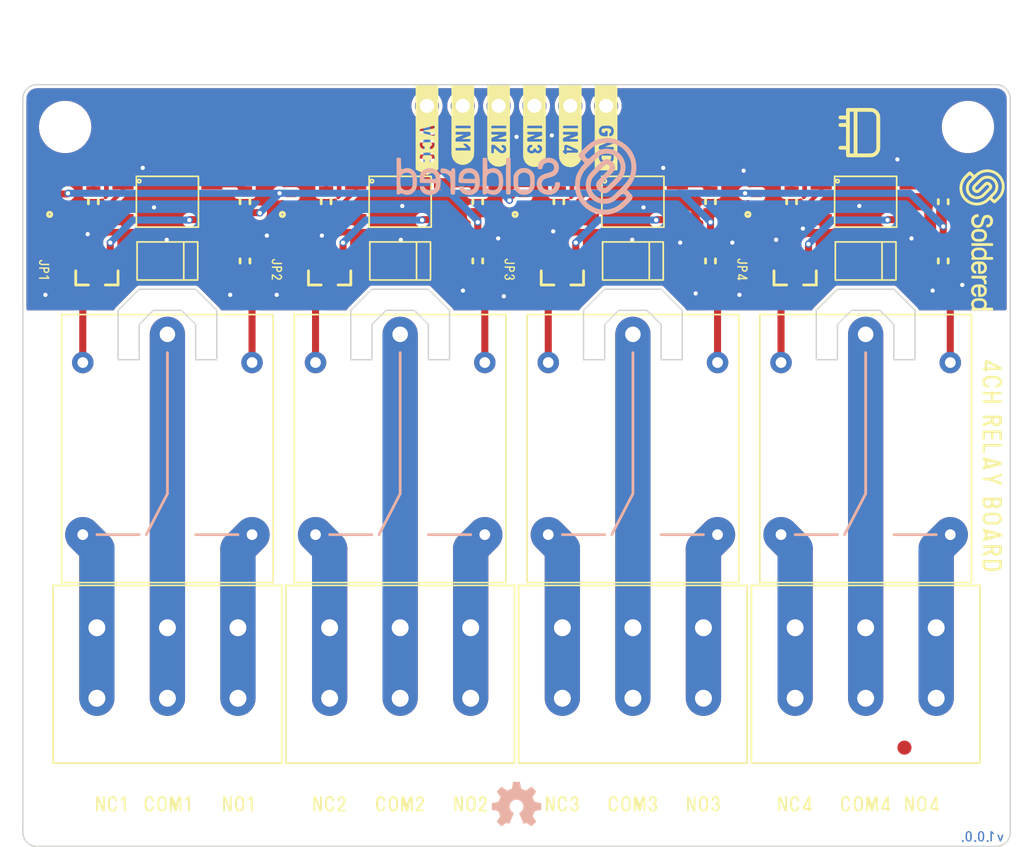
<source format=kicad_pcb>
(kicad_pcb (version 20210126) (generator pcbnew)
  (layers (0 "F.Cu" signal) (31 "B.Cu" signal) (34 "B.Paste" user) (35 "F.Paste" user) (36 "B.SilkS" user "B.Silkscreen") (37 "F.SilkS" user "F.Silkscreen") (38 "B.Mask" user) (39 "F.Mask" user) (44 "Edge.Cuts" user))
  (net 0 "")
  (net 1 "Net-(D1-Pad2)")
  (net 2 "VCC")
  (net 3 "Net-(D2-Pad2)")
  (net 4 "Net-(D3-Pad2)")
  (net 5 "Net-(D3-Pad1)")
  (net 6 "Net-(D4-Pad2)")
  (net 7 "Net-(D4-Pad1)")
  (net 8 "Net-(D5-Pad2)")
  (net 9 "Net-(D6-Pad2)")
  (net 10 "Net-(D7-Pad2)")
  (net 11 "Net-(D7-Pad1)")
  (net 12 "Net-(D8-Pad2)")
  (net 13 "Net-(D8-Pad1)")
  (net 14 "Net-(JP1-Pad1)")
  (net 15 "Net-(JP2-Pad1)")
  (net 16 "Net-(JP3-Pad1)")
  (net 17 "Net-(JP4-Pad1)")
  (net 18 "GND")
  (net 19 "IN4")
  (net 20 "IN3")
  (net 21 "IN2")
  (net 22 "IN1")
  (net 23 "NC1")
  (net 24 "COM1")
  (net 25 "NO1")
  (net 26 "NC3")
  (net 27 "COM3")
  (net 28 "NO3")
  (net 29 "NC2")
  (net 30 "COM2")
  (net 31 "NO2")
  (net 32 "NC4")
  (net 33 "COM4")
  (net 34 "NO4")
  (net 35 "Net-(Q1-Pad1)")
  (net 36 "Net-(Q2-Pad1)")
  (net 37 "Net-(Q3-Pad1)")
  (net 38 "Net-(Q4-Pad1)")
  (net 39 "Net-(R1-Pad1)")
  (net 40 "Net-(R2-Pad1)")
  (net 41 "Net-(R5-Pad1)")
  (net 42 "Net-(R6-Pad1)")
  (net 43 "Net-(R9-Pad1)")
  (net 44 "Net-(R10-Pad1)")
  (net 45 "Net-(R13-Pad1)")
  (net 46 "Net-(R14-Pad1)")
  (footprint "e-radionica.com footprinti:PC357_OPTO" (layer "F.Cu") (at 118.75 104.3)
    (fp_text reference "U4")
    (fp_text value "PC357_OPTO")
  )
  (footprint "e-radionica.com footprinti:SMD-JUMPER-CONNECTED_TRACE_NOSLODERMASK" (layer "F.Cu") (at 61.5 109.1 -90)
    (fp_text reference "JP1")
    (fp_text value "SMD-JUMPER-CONNECTED_TRACE_NOSLODERMASK")
  )
  (footprint "e-radionica.com footprinti:0603R" (layer "F.Cu") (at 113.5 104.3 90)
    (fp_text reference "R10")
    (fp_text value "100R")
  )
  (footprint "e-radionica.com footprinti:TERMINAL_KF235-5.0-3P" (layer "F.Cu") (at 102.25 137)
    (fp_text reference "K8")
    (fp_text value "TERMINAL_KF235-5.0-3P")
  )
  (footprint "e-radionica.com footprinti:HOLE_3.2mm" (layer "F.Cu") (at 62 99)
    (fp_text reference "H4" hide)
    (fp_text value "HOLE_3.2mm" hide)
  )
  (footprint "Soldered Graphics:Logo-Back-SolderedFULL-17mm" (layer "F.Cu") (at 94 102.5)
    (fp_text reference "REF**" hide)
    (fp_text value "Logo-Front-SolderedFULL-17mm" hide)
  )
  (footprint "e-radionica.com footprinti:M4_DIODA" (layer "F.Cu") (at 69.25 108.5)
    (fp_text reference "D3")
    (fp_text value "M4_DIODA")
  )
  (footprint "e-radionica.com footprinti:HOLE_3.2mm" (layer "F.Cu") (at 62 147)
    (fp_text reference "H1" hide)
    (fp_text value "HOLE_3.2mm" hide)
  )
  (footprint "buzzardLabel" (layer "F.Cu") (at 60.5 109.1 -90)
    (fp_text reference "")
    (fp_text value "")
  )
  (footprint "e-radionica.com footprinti:0402R" (layer "F.Cu") (at 94.5 106.7 90)
    (fp_text reference "R11")
    (fp_text value "1k")
  )
  (footprint "buzzardLabel" (layer "F.Cu") (at 113.75 147)
    (fp_text reference "")
    (fp_text value "")
  )
  (footprint "e-radionica.com footprinti:TERMINAL_KF235-5.0-3P" (layer "F.Cu") (at 69.25 137)
    (fp_text reference "K4")
    (fp_text value "TERMINAL_KF235-5.0-3P")
  )
  (footprint "e-radionica.com footprinti:0402LED" (layer "F.Cu") (at 78 104.3 -90)
    (fp_text reference "D2")
    (fp_text value "purple")
  )
  (footprint "buzzardLabel" (layer "F.Cu") (at 90.75 147)
    (fp_text reference "")
    (fp_text value "")
  )
  (footprint "e-radionica.com footprinti:0402R" (layer "F.Cu") (at 78 106.7 90)
    (fp_text reference "R4")
    (fp_text value "1k")
  )
  (footprint "e-radionica.com footprinti:0603R" (layer "F.Cu") (at 107.75 104.3 -90)
    (fp_text reference "R13")
    (fp_text value "330R")
  )
  (footprint "e-radionica.com footprinti:HOLE_3.2mm" (layer "F.Cu") (at 126 147)
    (fp_text reference "H2" hide)
    (fp_text value "HOLE_3.2mm" hide)
  )
  (footprint "buzzardLabel" (layer "F.Cu") (at 80.75 147)
    (fp_text reference "")
    (fp_text value "")
  )
  (footprint "e-radionica.com footprinti:SOT-23-3" (layer "F.Cu") (at 64.25 109.5 -90)
    (fp_text reference "Q1")
    (fp_text value "NPN-SOT-23-3")
  )
  (footprint "buzzardLabel" (layer "F.Cu") (at 118.75 147)
    (fp_text reference "")
    (fp_text value "")
  )
  (footprint "e-radionica.com footprinti:0603R" (layer "F.Cu") (at 97 104.3 90)
    (fp_text reference "R9")
    (fp_text value "100R")
  )
  (footprint "buzzardLabel" (layer "F.Cu") (at 65.25 147)
    (fp_text reference "")
    (fp_text value "")
  )
  (footprint "buzzardLabel" (layer "F.Cu") (at 110 109.1 -90)
    (fp_text reference "")
    (fp_text value "")
  )
  (footprint "e-radionica.com footprinti:0603R" (layer "F.Cu") (at 91.25 108.5 90)
    (fp_text reference "R8")
    (fp_text value "10R")
  )
  (footprint "e-radionica.com footprinti:TERMINAL_KF235-5.0-3P" (layer "F.Cu") (at 118.75 137)
    (fp_text reference "K9")
    (fp_text value "TERMINAL_KF235-5.0-3P")
  )
  (footprint "e-radionica.com footprinti:HOLE_3.2mm" (layer "F.Cu") (at 126 99)
    (fp_text reference "H3" hide)
    (fp_text value "HOLE_3.2mm" hide)
  )
  (footprint "e-radionica.com footprinti:SOT-23-3" (layer "F.Cu") (at 80.75 109.5 -90)
    (fp_text reference "Q2")
    (fp_text value "NPN-SOT-23-3")
  )
  (footprint "e-radionica.com footprinti:SMD-JUMPER-CONNECTED_TRACE_NOSLODERMASK" (layer "F.Cu") (at 78 109.1 -90)
    (fp_text reference "JP2")
    (fp_text value "SMD-JUMPER-CONNECTED_TRACE_NOSLODERMASK")
  )
  (footprint "e-radionica.com footprinti:PC357_OPTO" (layer "F.Cu") (at 69.25 104.3)
    (fp_text reference "U1")
    (fp_text value "PC357_OPTO")
  )
  (footprint "e-radionica.com footprinti:0603R" (layer "F.Cu") (at 107.75 108.5 90)
    (fp_text reference "R15")
    (fp_text value "10R")
  )
  (footprint "e-radionica.com footprinti:0402LED" (layer "F.Cu") (at 111 104.3 -90)
    (fp_text reference "D6")
    (fp_text value "purple")
  )
  (footprint "buzzardLabel" (layer "F.Cu") (at 93.5 109.1 -90)
    (fp_text reference "")
    (fp_text value "")
  )
  (footprint "e-radionica.com footprinti:0603R" (layer "F.Cu") (at 74.75 104.3 -90)
    (fp_text reference "R5")
    (fp_text value "330R")
  )
  (footprint "buzzardLabel" (layer "F.Cu") (at 107.25 147)
    (fp_text reference "")
    (fp_text value "")
  )
  (footprint "buzzardLabel" (layer "F.Cu") (at 87.65 95.6 -90)
    (fp_text reference "")
    (fp_text value "")
  )
  (footprint "buzzardLabel" (layer "F.Cu") (at 97.81 95.6 -90)
    (fp_text reference "")
    (fp_text value "")
  )
  (footprint "e-radionica.com footprinti:SRD_RELAY_5V" (layer "F.Cu") (at 102.25 121.8 90)
    (fp_text reference "K6")
    (fp_text value "SRD_RELAY_5V")
  )
  (footprint "e-radionica.com footprinti:HEADER_MALE_6X1" (layer "F.Cu") (at 94 97.5)
    (fp_text reference "K1")
    (fp_text value "HEADER_MALE_6X1")
  )
  (footprint "e-radionica.com footprinti:M4_DIODA" (layer "F.Cu") (at 118.75 108.5)
    (fp_text reference "D8")
    (fp_text value "M4_DIODA")
  )
  (footprint "e-radionica.com footprinti:0603R" (layer "F.Cu") (at 74.75 108.5 90)
    (fp_text reference "R7")
    (fp_text value "10R")
  )
  (footprint "e-radionica.com footprinti:SMD-JUMPER-CONNECTED_TRACE_NOSLODERMASK" (layer "F.Cu") (at 111 109.1 -90)
    (fp_text reference "JP4")
    (fp_text value "SMD-JUMPER-CONNECTED_TRACE_NOSLODERMASK")
  )
  (footprint "e-radionica.com footprinti:M4_DIODA" (layer "F.Cu") (at 85.75 108.5)
    (fp_text reference "D4")
    (fp_text value "M4_DIODA")
  )
  (footprint "Soldered Graphics:Symbol-Front-Relay" (layer "F.Cu") (at 118.3 99.4 -90)
    (fp_text reference "G***" hide)
    (fp_text value "LOGO" hide)
  )
  (footprint "buzzardLabel" (layer "F.Cu") (at 97.25 147)
    (fp_text reference "")
    (fp_text value "")
  )
  (footprint "e-radionica.com footprinti:0402LED" (layer "F.Cu") (at 61.5 104.3 -90)
    (fp_text reference "D1")
    (fp_text value "purple")
  )
  (footprint "e-radionica.com footprinti:FIDUCIAL_1MM_PASTE" (layer "F.Cu") (at 68 98)
    (fp_text reference "FD1")
    (fp_text value "Fiducial_Stencil")
  )
  (footprint "e-radionica.com footprinti:0603R" (layer "F.Cu") (at 64 104.3 90)
    (fp_text reference "R1")
    (fp_text value "100R")
  )
  (footprint "buzzardLabel" (layer "F.Cu") (at 69.25 147)
    (fp_text reference "")
    (fp_text value "")
  )
  (footprint "e-radionica.com footprinti:FIDUCIAL_1MM_PASTE" (layer "F.Cu") (at 121.5 143)
    (fp_text reference "FD2")
    (fp_text value "Fiducial_Stencil")
  )
  (footprint "buzzardLabel" (layer "F.Cu") (at 74.25 147)
    (fp_text reference "")
    (fp_text value "")
  )
  (footprint "e-radionica.com footprinti:TERMINAL_KF235-5.0-3P" (layer "F.Cu") (at 85.75 137)
    (fp_text reference "K5")
    (fp_text value "TERMINAL_KF235-5.0-3P")
  )
  (footprint "buzzardLabel" (layer "F.Cu") (at 92.73 95.6 -90)
    (fp_text reference "")
    (fp_text value "")
  )
  (footprint "Soldered Graphics:Logo-Front-SolderedFULL-10mm" (layer "F.Cu") (at 127 107 -90)
    (fp_text reference "G***" hide)
    (fp_text value "LOGO" hide)
  )
  (footprint "e-radionica.com footprinti:0402R" (layer "F.Cu") (at 61.5 106.7 90)
    (fp_text reference "R3")
    (fp_text value "1k")
  )
  (footprint "Soldered Graphics:Logo-Back-OSH-3.5mm" (layer "F.Cu") (at 94 147)
    (fp_text reference "G***" hide)
    (fp_text value "LOGO" hide)
  )
  (footprint "buzzardLabel" (layer "F.Cu") (at 102.25 147)
    (fp_text reference "")
    (fp_text value "")
  )
  (footprint "e-radionica.com footprinti:0603R" (layer "F.Cu") (at 124.25 104.3 -90)
    (fp_text reference "R14")
    (fp_text value "330R")
  )
  (footprint "e-radionica.com footprinti:0603R" (layer "F.Cu") (at 80.5 104.3 90)
    (fp_text reference "R2")
    (fp_text value "100R")
  )
  (footprint "buzzardLabel" (layer "F.Cu") (at 85.75 147)
    (fp_text reference "")
    (fp_text value "")
  )
  (footprint "e-radionica.com footprinti:PC357_OPTO" (layer "F.Cu") (at 102.25 104.3)
    (fp_text reference "U3")
    (fp_text value "PC357_OPTO")
  )
  (footprint "buzzardLabel" (layer "F.Cu") (at 77 109.1 -90)
    (fp_text reference "")
    (fp_text value "")
  )
  (footprint "e-radionica.com footprinti:SOT-23-3" (layer "F.Cu") (at 97.25 109.5 -90)
    (fp_text reference "Q3")
    (fp_text value "NPN-SOT-23-3")
  )
  (footprint "buzzardLabel" (layer "F.Cu") (at 122.75 147)
    (fp_text reference "")
    (fp_text value "")
  )
  (footprint "e-radionica.com footprinti:SOT-23-3" (layer "F.Cu") (at 113.75 109.5 -90)
    (fp_text reference "Q4")
    (fp_text value "NPN-SOT-23-3")
  )
  (footprint "e-radionica.com footprinti:0402LED" (layer "F.Cu") (at 94.5 104.3 -90)
    (fp_text reference "D5")
    (fp_text value "purple")
  )
  (footprint "e-radionica.com footprinti:SMD-JUMPER-CONNECTED_TRACE_NOSLODERMASK" (layer "F.Cu") (at 94.5 109.1 -90)
    (fp_text reference "JP3")
    (fp_text value "SMD-JUMPER-CONNECTED_TRACE_NOSLODERMASK")
  )
  (footprint "e-radionica.com footprinti:SRD_RELAY_5V" (layer "F.Cu") (at 118.75 121.8 90)
    (fp_text reference "K7")
    (fp_text value "SRD_RELAY_5V")
  )
  (footprint "e-radionica.com footprinti:0402R" (layer "F.Cu") (at 111 106.7 90)
    (fp_text reference "R12")
    (fp_text value "1k")
  )
  (footprint "buzzardLabel" (layer "F.Cu") (at 127.7 123 -90)
    (fp_text reference "")
    (fp_text value "")
  )
  (footprint "buzzardLabel" (layer "F.Cu") (at 100.35 95.6 -90)
    (fp_text reference "")
    (fp_text value "")
  )
  (footprint "e-radionica.com footprinti:SRD_RELAY_5V" (layer "F.Cu") (at 85.75 121.8 90)
    (fp_text reference "K3")
    (fp_text value "SRD_RELAY_5V")
  )
  (footprint "e-radionica.com footprinti:PC357_OPTO" (layer "F.Cu") (at 85.75 104.3)
    (fp_text reference "U2")
    (fp_text value "PC357_OPTO")
  )
  (footprint "buzzardLabel" (layer "F.Cu") (at 90.19 95.6 -90)
    (fp_text reference "")
    (fp_text value "")
  )
  (footprint "e-radionica.com footprinti:0603R" (layer "F.Cu") (at 91.25 104.3 -90)
    (fp_text reference "R6")
    (fp_text value "330R")
  )
  (footprint "e-radionica.com footprinti:M4_DIODA" (layer "F.Cu") (at 102.25 108.5)
    (fp_text reference "D7")
    (fp_text value "M4_DIODA")
  )
  (footprint "buzzardLabel" (layer "F.Cu") (at 95.27 95.6 -90)
    (fp_text reference "")
    (fp_text value "")
  )
  (footprint "e-radionica.com footprinti:0603R" (layer "F.Cu") (at 124.25 108.5 90)
    (fp_text reference "R16")
    (fp_text value "10R")
  )
  (footprint "e-radionica.com footprinti:SRD_RELAY_5V" (layer "F.Cu") (at 69.25 121.8 90)
    (fp_text reference "K2")
    (fp_text value "SRD_RELAY_5V")
  )
  (footprint "Soldered Graphics:Version1.0.0." (layer "B.Cu") (at 127 149.3 180)
    (fp_text reference "")
    (fp_text value "")
  )
  (gr_line (start 118.75 115) (end 118.75 125) (layer "B.SilkS") (width 0.2))
  (gr_line (start 64.25 127.9) (end 67.25 127.9) (layer "B.SilkS") (width 0.2))
  (gr_line (start 107.25 127.9) (end 104.25 127.9) (layer "B.SilkS") (width 0.2))
  (gr_line (start 97.25 127.9) (end 100.25 127.9) (layer "B.SilkS") (width 0.2))
  (gr_line (start 69.25 115) (end 69.25 125) (layer "B.SilkS") (width 0.2))
  (gr_line (start 102.25 125) (end 100.75 127.9) (layer "B.SilkS") (width 0.2))
  (gr_line (start 85.75 125) (end 84.25 127.9) (layer "B.SilkS") (width 0.2))
  (gr_line (start 85.75 115) (end 85.75 125) (layer "B.SilkS") (width 0.2))
  (gr_line (start 113.75 127.9) (end 116.75 127.9) (layer "B.SilkS") (width 0.2))
  (gr_line (start 90.75 127.9) (end 87.75 127.9) (layer "B.SilkS") (width 0.2))
  (gr_line (start 102.25 115) (end 102.25 125) (layer "B.SilkS") (width 0.2))
  (gr_line (start 80.75 127.9) (end 83.75 127.9) (layer "B.SilkS") (width 0.2))
  (gr_line (start 118.75 125) (end 117.25 127.9) (layer "B.SilkS") (width 0.2))
  (gr_line (start 69.25 125) (end 67.75 127.9) (layer "B.SilkS") (width 0.2))
  (gr_line (start 123.75 127.9) (end 120.75 127.9) (layer "B.SilkS") (width 0.2))
  (gr_line (start 74.25 127.9) (end 71.25 127.9) (layer "B.SilkS") (width 0.2))
  (gr_line (start 122.25 115.5) (end 120.75 115.5) (layer "Edge.Cuts") (width 0.1))
  (gr_line (start 87.75 110.5) (end 89.25 112) (layer "Edge.Cuts") (width 0.1))
  (gr_line (start 89.25 112) (end 89.25 115.5) (layer "Edge.Cuts") (width 0.1))
  (gr_line (start 87.75 115.5) (end 87.75 113) (layer "Edge.Cuts") (width 0.1))
  (gr_line (start 71.25 113) (end 70.25 112) (layer "Edge.Cuts") (width 0.1))
  (gr_line (start 120.75 113) (end 119.75 112) (layer "Edge.Cuts") (width 0.1))
  (gr_line (start 89.25 115.5) (end 87.75 115.5) (layer "Edge.Cuts") (width 0.1))
  (gr_line (start 65.75 115.5) (end 65.75 112) (layer "Edge.Cuts") (width 0.1))
  (gr_line (start 82.25 112) (end 83.75 110.5) (layer "Edge.Cuts") (width 0.1))
  (gr_line (start 105.75 115.5) (end 104.25 115.5) (layer "Edge.Cuts") (width 0.1))
  (gr_line (start 83.75 113) (end 83.75 115.5) (layer "Edge.Cuts") (width 0.1))
  (gr_line (start 98.75 115.5) (end 98.75 112) (layer "Edge.Cuts") (width 0.1))
  (gr_arc (start 60 149) (end 60 150) (angle 90) (layer "Edge.Cuts") (width 0.1))
  (gr_line (start 100.25 110.5) (end 104.25 110.5) (layer "Edge.Cuts") (width 0.1))
  (gr_line (start 103.25 112) (end 101.25 112) (layer "Edge.Cuts") (width 0.1))
  (gr_line (start 129 97) (end 129 149) (layer "Edge.Cuts") (width 0.1))
  (gr_line (start 116.75 113) (end 116.75 115.5) (layer "Edge.Cuts") (width 0.1))
  (gr_line (start 83.75 115.5) (end 82.25 115.5) (layer "Edge.Cuts") (width 0.1))
  (gr_line (start 67.25 115.5) (end 65.75 115.5) (layer "Edge.Cuts") (width 0.1))
  (gr_line (start 122.25 112) (end 122.25 115.5) (layer "Edge.Cuts") (width 0.1))
  (gr_line (start 117.75 112) (end 116.75 113) (layer "Edge.Cuts") (width 0.1))
  (gr_line (start 68.25 112) (end 67.25 113) (layer "Edge.Cuts") (width 0.1))
  (gr_line (start 119.75 112) (end 117.75 112) (layer "Edge.Cuts") (width 0.1))
  (gr_arc (start 128 97) (end 128 96) (angle 90) (layer "Edge.Cuts") (width 0.1))
  (gr_line (start 67.25 113) (end 67.25 115.5) (layer "Edge.Cuts") (width 0.1))
  (gr_line (start 72.75 112) (end 72.75 115.5) (layer "Edge.Cuts") (width 0.1))
  (gr_line (start 59 149) (end 59 97) (layer "Edge.Cuts") (width 0.1))
  (gr_line (start 87.75 113) (end 86.75 112) (layer "Edge.Cuts") (width 0.1))
  (gr_line (start 100.25 113) (end 100.25 115.5) (layer "Edge.Cuts") (width 0.1))
  (gr_line (start 84.75 112) (end 83.75 113) (layer "Edge.Cuts") (width 0.1))
  (gr_line (start 71.25 110.5) (end 72.75 112) (layer "Edge.Cuts") (width 0.1))
  (gr_line (start 98.75 112) (end 100.25 110.5) (layer "Edge.Cuts") (width 0.1))
  (gr_line (start 86.75 112) (end 84.75 112) (layer "Edge.Cuts") (width 0.1))
  (gr_line (start 116.75 115.5) (end 115.25 115.5) (layer "Edge.Cuts") (width 0.1))
  (gr_line (start 104.25 115.5) (end 104.25 113) (layer "Edge.Cuts") (width 0.1))
  (gr_line (start 101.25 112) (end 100.25 113) (layer "Edge.Cuts") (width 0.1))
  (gr_line (start 65.75 112) (end 67.25 110.5) (layer "Edge.Cuts") (width 0.1))
  (gr_line (start 60 96) (end 128 96) (layer "Edge.Cuts") (width 0.1))
  (gr_line (start 70.25 112) (end 68.25 112) (layer "Edge.Cuts") (width 0.1))
  (gr_line (start 116.75 110.5) (end 120.75 110.5) (layer "Edge.Cuts") (width 0.1))
  (gr_arc (start 128 149) (end 128 150) (angle -90) (layer "Edge.Cuts") (width 0.1))
  (gr_arc (start 60 97) (end 60 96) (angle -90) (layer "Edge.Cuts") (width 0.1))
  (gr_line (start 82.25 115.5) (end 82.25 112) (layer "Edge.Cuts") (width 0.1))
  (gr_line (start 105.75 112) (end 105.75 115.5) (layer "Edge.Cuts") (width 0.1))
  (gr_line (start 100.25 115.5) (end 98.75 115.5) (layer "Edge.Cuts") (width 0.1))
  (gr_line (start 120.75 115.5) (end 120.75 113) (layer "Edge.Cuts") (width 0.1))
  (gr_line (start 115.25 115.5) (end 115.25 112) (layer "Edge.Cuts") (width 0.1))
  (gr_line (start 115.25 112) (end 116.75 110.5) (layer "Edge.Cuts") (width 0.1))
  (gr_line (start 72.75 115.5) (end 71.25 115.5) (layer "Edge.Cuts") (width 0.1))
  (gr_line (start 71.25 115.5) (end 71.25 113) (layer "Edge.Cuts") (width 0.1))
  (gr_line (start 128 150) (end 60 150) (layer "Edge.Cuts") (width 0.1))
  (gr_line (start 104.25 113) (end 103.25 112) (layer "Edge.Cuts") (width 0.1))
  (gr_line (start 104.25 110.5) (end 105.75 112) (layer "Edge.Cuts") (width 0.1))
  (gr_line (start 67.25 110.5) (end 71.25 110.5) (layer "Edge.Cuts") (width 0.1))
  (gr_line (start 83.75 110.5) (end 87.75 110.5) (layer "Edge.Cuts") (width 0.1))
  (gr_line (start 120.75 110.5) (end 122.25 112) (layer "Edge.Cuts") (width 0.1))
  (segment (start 61.5 104.85) (end 61.5 106.2) (width 0.3) (layer "F.Cu") (net 1))
  (segment (start 88.2 97.01) (end 88.19 97) (width 0.3) (layer "F.Cu") (net 2))
  (segment (start 93.95 103.75) (end 93.5 104.2) (width 0.25) (layer "F.Cu") (net 2))
  (segment (start 75.775 105.075) (end 75.8 105.1) (width 0.5) (layer "F.Cu") (net 2))
  (segment (start 77.25 103.75) (end 77.2 103.7) (width 0.3) (layer "F.Cu") (net 2))
  (segment (start 124.25 106.05) (end 124.25 105.075) (width 0.5) (layer "F.Cu") (net 2))
  (segment (start 78 103.75) (end 77.25 103.75) (width 0.3) (layer "F.Cu") (net 2))
  (segment (start 74.75 105.075) (end 75.775 105.075) (width 0.5) (layer "F.Cu") (net 2))
  (segment (start 91.25 105.075) (end 91.25 105.75) (width 0.5) (layer "F.Cu") (net 2))
  (segment (start 62.15 103.75) (end 62.2 103.7) (width 0.3) (layer "F.Cu") (net 2))
  (segment (start 111 103.75) (end 110.25 103.75) (width 0.3) (layer "F.Cu") (net 2))
  (segment (start 74.75 107.725) (end 74.75 105.075) (width 0.5) (layer "F.Cu") (net 2))
  (segment (start 107.75 107.725) (end 107.75 105.75) (width 0.5) (layer "F.Cu") (net 2))
  (segment (start 107.75 105.75) (end 107.75 105.075) (width 0.5) (layer "F.Cu") (net 2))
  (segment (start 94.5 103.75) (end 93.95 103.75) (width 0.25) (layer "F.Cu") (net 2))
  (segment (start 110.25 103.75) (end 110.2 103.7) (width 0.3) (layer "F.Cu") (net 2))
  (segment (start 91.25 105.75) (end 91.25 107.725) (width 0.5) (layer "F.Cu") (net 2))
  (segment (start 61.5 103.75) (end 62.15 103.75) (width 0.5) (layer "F.Cu") (net 2))
  (segment (start 124.25 107.725) (end 124.25 106.05) (width 0.5) (layer "F.Cu") (net 2))
  (via (at 91.25 105.75) (size 0.5) (drill 0.3) (layers "F.Cu" "B.Cu") (net 2))
  (via (at 93.5 104.2) (size 0.5) (drill 0.3) (layers "F.Cu" "B.Cu") (net 2))
  (via (at 124.25 106.05) (size 0.5) (drill 0.3) (layers "F.Cu" "B.Cu") (net 2))
  (via (at 75.8 105.1) (size 0.5) (drill 0.3) (layers "F.Cu" "B.Cu") (net 2))
  (via (at 107.75 105.75) (size 0.5) (drill 0.3) (layers "F.Cu" "B.Cu") (net 2))
  (via (at 77.2 103.7) (size 0.5) (drill 0.3) (layers "F.Cu" "B.Cu") (net 2))
  (via (at 62.2 103.7) (size 0.5) (drill 0.3) (layers "F.Cu" "B.Cu") (net 2))
  (via (at 110.2 103.7) (size 0.5) (drill 0.3) (layers "F.Cu" "B.Cu") (net 2))
  (segment (start 105.5 103.7) (end 106.2 103.7) (width 0.5) (layer "B.Cu") (net 2))
  (segment (start 89.3 103.7) (end 91.25 105.65) (width 0.5) (layer "B.Cu") (net 2))
  (segment (start 87.65 102.05) (end 87.65 97.5) (width 0.5) (layer "B.Cu") (net 2))
  (segment (start 121.9 103.7) (end 124.25 106.05) (width 0.5) (layer "B.Cu") (net 2))
  (segment (start 91.25 105.65) (end 91.25 105.75) (width 0.5) (layer "B.Cu") (net 2))
  (segment (start 77.2 103.7) (end 62.2 103.7) (width 0.5) (layer "B.Cu") (net 2))
  (segment (start 92.3 103.7) (end 93.7 103.7) (width 0.5) (layer "B.Cu") (net 2))
  (segment (start 93 103.7) (end 92.3 103.7) (width 0.25) (layer "B.Cu") (net 2))
  (segment (start 77.2 103.7) (end 89.3 103.7) (width 0.5) (layer "B.Cu") (net 2))
  (segment (start 89.3 103.7) (end 87.65 102.05) (width 0.5) (layer "B.Cu") (net 2))
  (segment (start 75.8 105.1) (end 77.2 103.7) (width 0.5) (layer "B.Cu") (net 2))
  (segment (start 106.2 103.7) (end 110.2 103.7) (width 0.5) (layer "B.Cu") (net 2))
  (segment (start 93.7 103.7) (end 105.5 103.7) (width 0.5) (layer "B.Cu") (net 2))
  (segment (start 105.7 103.7) (end 105.5 103.7) (width 0.5) (layer "B.Cu") (net 2))
  (segment (start 107.75 105.75) (end 105.7 103.7) (width 0.5) (layer "B.Cu") (net 2))
  (segment (start 89.3 103.7) (end 92.3 103.7) (width 0.5) (layer "B.Cu") (net 2))
  (segment (start 93.5 104.2) (end 93 103.7) (width 0.5) (layer "B.Cu") (net 2))
  (segment (start 110.2 103.7) (end 121.9 103.7) (width 0.5) (layer "B.Cu") (net 2))
  (segment (start 78 106.2) (end 78 104.85) (width 0.3) (layer "F.Cu") (net 3))
  (segment (start 75.25 115.7) (end 75.25 109.775) (width 0.5) (layer "F.Cu") (net 4))
  (segment (start 71.715 109.275) (end 70.94 108.5) (width 0.5) (layer "F.Cu") (net 4))
  (segment (start 74.75 109.275) (end 71.715 109.275) (width 0.5) (layer "F.Cu") (net 4))
  (segment (start 75.25 109.775) (end 74.75 109.275) (width 0.5) (layer "F.Cu") (net 4))
  (segment (start 61.5 109.45) (end 61.5 110.1) (width 0.3) (layer "F.Cu") (net 5))
  (segment (start 62.1 110.7) (end 64.25 110.7) (width 0.3) (layer "F.Cu") (net 5))
  (segment (start 63.25 115.7) (end 63.25 111.7) (width 0.5) (layer "F.Cu") (net 5))
  (segment (start 65.36 110.7) (end 67.56 108.5) (width 0.5) (layer "F.Cu") (net 5))
  (segment (start 63.25 111.7) (end 64.25 110.7) (width 0.5) (layer "F.Cu") (net 5))
  (segment (start 61.5 110.1) (end 62.1 110.7) (width 0.3) (layer "F.Cu") (net 5))
  (segment (start 64.25 110.7) (end 65.36 110.7) (width 0.5) (layer "F.Cu") (net 5))
  (segment (start 91.75 115.7) (end 91.75 109.775) (width 0.5) (layer "F.Cu") (net 6))
  (segment (start 88.215 109.275) (end 87.44 108.5) (width 0.5) (layer "F.Cu") (net 6))
  (segment (start 91.75 109.775) (end 91.25 109.275) (width 0.5) (layer "F.Cu") (net 6))
  (segment (start 91.25 109.275) (end 88.215 109.275) (width 0.5) (layer "F.Cu") (net 6))
  (segment (start 80.75 110.7) (end 81.86 110.7) (width 0.5) (layer "F.Cu") (net 7))
  (segment (start 81.86 110.7) (end 84.06 108.5) (width 0.5) (layer "F.Cu") (net 7))
  (segment (start 78 109.45) (end 78 110.1) (width 0.3) (layer "F.Cu") (net 7))
  (segment (start 79.75 111.7) (end 80.75 110.7) (width 0.5) (layer "F.Cu") (net 7))
  (segment (start 78.6 110.7) (end 80.75 110.7) (width 0.3) (layer "F.Cu") (net 7))
  (segment (start 79.75 115.7) (end 79.75 111.7) (width 0.5) (layer "F.Cu") (net 7))
  (segment (start 78 110.1) (end 78.6 110.7) (width 0.3) (layer "F.Cu") (net 7))
  (segment (start 94.5 106.2) (end 94.5 104.85) (width 0.3) (layer "F.Cu") (net 8))
  (segment (start 111 106.2) (end 111 104.85) (width 0.3) (layer "F.Cu") (net 9))
  (segment (start 104.715 109.275) (end 103.94 108.5) (width 0.5) (layer "F.Cu") (net 10))
  (segment (start 108.25 115.7) (end 108.25 109.775) (width 0.5) (layer "F.Cu") (net 10))
  (segment (start 108.25 109.775) (end 107.75 109.275) (width 0.5) (layer "F.Cu") (net 10))
  (segment (start 107.75 109.275) (end 104.715 109.275) (width 0.5) (layer "F.Cu") (net 10))
  (segment (start 98.36 110.7) (end 100.56 108.5) (width 0.5) (layer "F.Cu") (net 11))
  (segment (start 96.25 111.7) (end 97.25 110.7) (width 0.5) (layer "F.Cu") (net 11))
  (segment (start 94.5 109.45) (end 94.5 110.1) (width 0.3) (layer "F.Cu") (net 11))
  (segment (start 95.1 110.7) (end 97.25 110.7) (width 0.3) (layer "F.Cu") (net 11))
  (segment (start 94.5 110.1) (end 95.1 110.7) (width 0.3) (layer "F.Cu") (net 11))
  (segment (start 97.25 110.7) (end 98.36 110.7) (width 0.5) (layer "F.Cu") (net 11))
  (segment (start 96.25 115.7) (end 96.25 111.7) (width 0.5) (layer "F.Cu") (net 11))
  (segment (start 124.75 115.7) (end 124.75 109.775) (width 0.5) (layer "F.Cu") (net 12))
  (segment (start 121.215 109.275) (end 120.44 108.5) (width 0.5) (layer "F.Cu") (net 12))
  (segment (start 124.25 109.275) (end 121.215 109.275) (width 0.5) (layer "F.Cu") (net 12))
  (segment (start 124.75 109.775) (end 124.25 109.275) (width 0.5) (layer "F.Cu") (net 12))
  (segment (start 111 109.45) (end 111 110.1) (width 0.3) (layer "F.Cu") (net 13))
  (segment (start 112.75 115.7) (end 112.75 111.7) (width 0.5) (layer "F.Cu") (net 13))
  (segment (start 111 110.1) (end 111.6 110.7) (width 0.3) (layer "F.Cu") (net 13))
  (segment (start 111.6 110.7) (end 113.75 110.7) (width 0.3) (layer "F.Cu") (net 13))
  (segment (start 114.86 110.7) (end 117.06 108.5) (width 0.5) (layer "F.Cu") (net 13))
  (segment (start 113.75 110.7) (end 114.86 110.7) (width 0.5) (layer "F.Cu") (net 13))
  (segment (start 112.75 111.7) (end 113.75 110.7) (width 0.5) (layer "F.Cu") (net 13))
  (segment (start 61.5 107.2) (end 61.5 108.75) (width 0.3) (layer "F.Cu") (net 14))
  (segment (start 78 108.75) (end 78 107.2) (width 0.3) (layer "F.Cu") (net 15))
  (segment (start 94.5 108.75) (end 94.5 107.2) (width 0.3) (layer "F.Cu") (net 16))
  (segment (start 111 108.75) (end 111 107.2) (width 0.3) (layer "F.Cu") (net 17))
  (via (at 106.7 110.8) (size 0.5) (drill 0.3) (layers "F.Cu" "B.Cu") (net 18))
  (via (at 67.5 101.9) (size 0.5) (drill 0.3) (layers "F.Cu" "B.Cu") (net 18))
  (via (at 94 99.7) (size 0.5) (drill 0.3) (layers "F.Cu" "B.Cu") (net 18))
  (via (at 85.8 107) (size 0.5) (drill 0.3) (layers "F.Cu" "B.Cu") (net 18))
  (via (at 121 101.3) (size 0.5) (drill 0.3) (layers "F.Cu" "B.Cu") (net 18))
  (via (at 112.4 107) (size 0.5) (drill 0.3) (layers "F.Cu" "B.Cu") (net 18))
  (via (at 110.1 102.1) (size 0.5) (drill 0.3) (layers "F.Cu" "B.Cu") (net 18))
  (via (at 96.5 99.6) (size 0.5) (drill 0.3) (layers "F.Cu" "B.Cu") (net 18))
  (via (at 103 104.7) (size 0.5) (drill 0.3) (layers "F.Cu" "B.Cu") (net 18))
  (via (at 125.6 110.2) (size 0.5) (drill 0.3) (layers "F.Cu" "B.Cu") (net 18))
  (via (at 114.3 106.2) (size 0.5) (drill 0.3) (layers "F.Cu" "B.Cu") (net 18))
  (via (at 123.5 110.6) (size 0.5) (drill 0.3) (layers "F.Cu" "B.Cu") (net 18))
  (via (at 122 106.9) (size 0.5) (drill 0.3) (layers "F.Cu" "B.Cu") (net 18))
  (via (at 109.8 110.9) (size 0.5) (drill 0.3) (layers "F.Cu" "B.Cu") (net 18))
  (via (at 96.6 106.4) (size 0.5) (drill 0.3) (layers "F.Cu" "B.Cu") (net 18))
  (via (at 105.6 107.2) (size 0.5) (drill 0.3) (layers "F.Cu" "B.Cu") (net 18))
  (via (at 63.6 106.6) (size 0.5) (drill 0.3) (layers "F.Cu" "B.Cu") (net 18))
  (via (at 60.6 110.9) (size 0.5) (drill 0.3) (layers "F.Cu" "B.Cu") (net 18))
  (via (at 73.7 110.9) (size 0.5) (drill 0.3) (layers "F.Cu" "B.Cu") (net 18))
  (via (at 85.9 104.6) (size 0.5) (drill 0.3) (layers "F.Cu" "B.Cu") (net 18))
  (via (at 92.7 106.9) (size 0.5) (drill 0.3) (layers "F.Cu" "B.Cu") (net 18))
  (via (at 104.4 101.9) (size 0.5) (drill 0.3) (layers "F.Cu" "B.Cu") (net 18))
  (via (at 93.1 111) (size 0.5) (drill 0.3) (layers "F.Cu" "B.Cu") (net 18))
  (via (at 80.2 106.7) (size 0.5) (drill 0.3) (layers "F.Cu" "B.Cu") (net 18))
  (via (at 102.2 107) (size 0.5) (drill 0.3) (layers "F.Cu" "B.Cu") (net 18))
  (via (at 118.3 104.6) (size 0.5) (drill 0.3) (layers "F.Cu" "B.Cu") (net 18))
  (via (at 109.3 107.2) (size 0.5) (drill 0.3) (layers "F.Cu" "B.Cu") (net 18))
  (via (at 90.2 110.6) (size 0.5) (drill 0.3) (layers "F.Cu" "B.Cu") (net 18))
  (via (at 77 110.9) (size 0.5) (drill 0.3) (layers "F.Cu" "B.Cu") (net 18))
  (via (at 69.2 107) (size 0.5) (drill 0.3) (layers "F.Cu" "B.Cu") (net 18))
  (via (at 76.3 106.7) (size 0.5) (drill 0.3) (layers "F.Cu" "B.Cu") (net 18))
  (via (at 68.3 104.7) (size 0.5) (drill 0.3) (layers "F.Cu" "B.Cu") (net 18))
  (segment (start 99.6 100.5) (end 97.81 98.71) (width 0.3) (layer "F.Cu") (net 19))
  (segment (start 111.5 100.5) (end 99.6 100.5) (width 0.3) (layer "F.Cu") (net 19))
  (segment (start 113.5 102.5) (end 111.5 100.5) (width 0.3) (layer "F.Cu") (net 19))
  (segment (start 97.81 98.71) (end 97.81 97.5) (width 0.3) (layer "F.Cu") (net 19))
  (segment (start 113.5 103.525) (end 113.5 102.5) (width 0.3) (layer "F.Cu") (net 19))
  (segment (start 97 103.525) (end 97 103.5) (width 0.3) (layer "F.Cu") (net 20))
  (segment (start 97 102) (end 95.27 100.27) (width 0.3) (layer "F.Cu") (net 20))
  (segment (start 95.27 100.27) (end 95.27 97.5) (width 0.3) (layer "F.Cu") (net 20))
  (segment (start 97 103.525) (end 97 102) (width 0.3) (layer "F.Cu") (net 20))
  (segment (start 92.73 98.57) (end 92.73 97.5) (width 0.3) (layer "F.Cu") (net 21))
  (segment (start 80.5 103.525) (end 80.5 102.5) (width 0.3) (layer "F.Cu") (net 21))
  (segment (start 81.9 101.1) (end 90.2 101.1) (width 0.3) (layer "F.Cu") (net 21))
  (segment (start 90.2 101.1) (end 92.73 98.57) (width 0.3) (layer "F.Cu") (net 21))
  (segment (start 80.5 102.5) (end 81.9 101.1) (width 0.3) (layer "F.Cu") (net 21))
  (segment (start 64 103.525) (end 64 102.3) (width 0.3) (layer "F.Cu") (net 22))
  (segment (start 66.6 99.7) (end 89.1 99.7) (width 0.3) (layer "F.Cu") (net 22))
  (segment (start 89.1 99.7) (end 90.2 98.6) (width 0.3) (layer "F.Cu") (net 22))
  (segment (start 90.2 98.6) (end 90.2 97.51) (width 0.3) (layer "F.Cu") (net 22))
  (segment (start 64 102.3) (end 66.6 99.7) (width 0.3) (layer "F.Cu") (net 22))
  (segment (start 90.2 97.01) (end 90.19 97) (width 0.3) (layer "F.Cu") (net 22))
  (segment (start 90.2 97.51) (end 90.19 97.5) (width 0.3) (layer "F.Cu") (net 22))
  (segment (start 64.25 128.9) (end 63.25 127.9) (width 2.5) (layer "F.Cu") (net 23))
  (segment (start 64.25 139.5) (end 64.25 128.9) (width 2.5) (layer "F.Cu") (net 23))
  (segment (start 64.25 128.9) (end 63.25 127.9) (width 2.5) (layer "B.Cu") (net 23))
  (segment (start 64.25 139.5) (end 64.25 128.9) (width 2.5) (layer "B.Cu") (net 23))
  (segment (start 69.25 113.7) (end 69.25 139.5) (width 2.5) (layer "F.Cu") (net 24))
  (segment (start 69.25 139.5) (end 69.25 113.7) (width 2.5) (layer "B.Cu") (net 24))
  (segment (start 74.25 139.5) (end 74.25 128.9) (width 2.5) (layer "F.Cu") (net 25))
  (segment (start 74.25 128.9) (end 75.25 127.9) (width 2.5) (layer "F.Cu") (net 25))
  (segment (start 74.25 139.5) (end 74.25 128.9) (width 2.5) (layer "B.Cu") (net 25))
  (segment (start 74.25 128.9) (end 75.25 127.9) (width 2.5) (layer "B.Cu") (net 25))
  (segment (start 97.25 139.5) (end 97.25 128.9) (width 2.5) (layer "F.Cu") (net 26))
  (segment (start 97.25 128.9) (end 96.25 127.9) (width 2.5) (layer "F.Cu") (net 26))
  (segment (start 97.25 128.9) (end 96.25 127.9) (width 2.5) (layer "B.Cu") (net 26))
  (segment (start 97.25 139.5) (end 97.25 128.9) (width 2.5) (layer "B.Cu") (net 26))
  (segment (start 102.25 139.5) (end 102.25 113.7) (width 2.5) (layer "F.Cu") (net 27))
  (segment (start 102.25 139.5) (end 102.25 113.7) (width 2.5) (layer "B.Cu") (net 27))
  (segment (start 107.25 139.5) (end 107.25 128.9) (width 2.5) (layer "F.Cu") (net 28))
  (segment (start 107.25 128.9) (end 108.25 127.9) (width 2.5) (layer "F.Cu") (net 28))
  (segment (start 107.25 139.5) (end 107.25 128.9) (width 2.5) (layer "B.Cu") (net 28))
  (segment (start 107.25 128.9) (end 108.25 127.9) (width 2.5) (layer "B.Cu") (net 28))
  (segment (start 80.75 128.9) (end 79.75 127.9) (width 2.5) (layer "F.Cu") (net 29))
  (segment (start 80.75 139.5) (end 80.75 128.9) (width 2.5) (layer "F.Cu") (net 29))
  (segment (start 80.75 128.9) (end 79.75 127.9) (width 2.5) (layer "B.Cu") (net 29))
  (segment (start 80.75 139.5) (end 80.75 128.9) (width 2.5) (layer "B.Cu") (net 29))
  (segment (start 85.75 113.7) (end 85.75 139.5) (width 2.5) (layer "F.Cu") (net 30))
  (segment (start 85.75 139.5) (end 85.75 113.7) (width 2.5) (layer "B.Cu") (net 30))
  (segment (start 90.75 128.9) (end 91.75 127.9) (width 2.5) (layer "F.Cu") (net 31))
  (segment (start 90.75 139.5) (end 90.75 128.9) (width 2.5) (layer "F.Cu") (net 31))
  (segment (start 90.75 139.5) (end 90.75 128.9) (width 2.5) (layer "B.Cu") (net 31))
  (segment (start 90.75 128.9) (end 91.75 127.9) (width 2.5) (layer "B.Cu") (net 31))
  (segment (start 113.75 128.9) (end 112.75 127.9) (width 2.5) (layer "F.Cu") (net 32))
  (segment (start 113.75 139.5) (end 113.75 128.9) (width 2.5) (layer "F.Cu") (net 32))
  (segment (start 113.75 128.9) (end 112.75 127.9) (width 2.5) (layer "B.Cu") (net 32))
  (segment (start 113.75 139.5) (end 113.75 128.9) (width 2.5) (layer "B.Cu") (net 32))
  (segment (start 118.75 139.5) (end 118.75 113.7) (width 2.5) (layer "F.Cu") (net 33))
  (segment (start 118.75 139.5) (end 118.75 113.7) (width 2.5) (layer "B.Cu") (net 33))
  (segment (start 123.75 139.5) (end 123.75 128.9) (width 2.5) (layer "F.Cu") (net 34))
  (segment (start 123.75 128.9) (end 124.75 127.9) (width 2.5) (layer "F.Cu") (net 34))
  (segment (start 123.75 139.5) (end 123.75 128.9) (width 2.5) (layer "B.Cu") (net 34))
  (segment (start 123.75 128.9) (end 124.75 127.9) (width 2.5) (layer "B.Cu") (net 34))
  (segment (start 65.2 107.2) (end 65.2 108.3) (width 0.5) (layer "F.Cu") (net 35))
  (segment (start 70.83 105.57) (end 70.8 105.6) (width 0.5) (layer "F.Cu") (net 35))
  (segment (start 72.4 105.57) (end 70.83 105.57) (width 0.5) (layer "F.Cu") (net 35))
  (via (at 65.2 107.2) (size 0.5) (drill 0.3) (layers "F.Cu" "B.Cu") (net 35))
  (via (at 70.8 105.6) (size 0.5) (drill 0.3) (layers "F.Cu" "B.Cu") (net 35))
  (segment (start 70.8 105.6) (end 66.8 105.6) (width 0.5) (layer "B.Cu") (net 35))
  (segment (start 66.8 105.6) (end 65.2 107.2) (width 0.5) (layer "B.Cu") (net 35))
  (segment (start 87.33 105.57) (end 87.3 105.6) (width 0.5) (layer "F.Cu") (net 36))
  (segment (start 88.9 105.57) (end 87.33 105.57) (width 0.5) (layer "F.Cu") (net 36))
  (segment (start 81.7 107.2) (end 81.7 108.3) (width 0.5) (layer "F.Cu") (net 36))
  (via (at 81.7 107.2) (size 0.5) (drill 0.3) (layers "F.Cu" "B.Cu") (net 36))
  (via (at 87.3 105.6) (size 0.5) (drill 0.3) (layers "F.Cu" "B.Cu") (net 36))
  (segment (start 87.3 105.6) (end 83.3 105.6) (width 0.5) (layer "B.Cu") (net 36))
  (segment (start 83.3 105.6) (end 81.7 107.2) (width 0.5) (layer "B.Cu") (net 36))
  (segment (start 105.4 105.57) (end 103.93 105.57) (width 0.5) (layer "F.Cu") (net 37))
  (segment (start 98.2 107.2) (end 98.2 108.3) (width 0.5) (layer "F.Cu") (net 37))
  (segment (start 103.93 105.57) (end 103.9 105.6) (width 0.5) (layer "F.Cu") (net 37))
  (via (at 98.2 107.2) (size 0.5) (drill 0.3) (layers "F.Cu" "B.Cu") (net 37))
  (via (at 103.9 105.6) (size 0.5) (drill 0.3) (layers "F.Cu" "B.Cu") (net 37))
  (segment (start 99.8 105.6) (end 98.2 107.2) (width 0.5) (layer "B.Cu") (net 37))
  (segment (start 103.9 105.6) (end 99.8 105.6) (width 0.5) (layer "B.Cu") (net 37))
  (segment (start 114.7 107.3) (end 114.7 108.3) (width 0.5) (layer "F.Cu") (net 38))
  (segment (start 121.9 105.57) (end 120.33 105.57) (width 0.5) (layer "F.Cu") (net 38))
  (segment (start 120.33 105.57) (end 120.3 105.6) (width 0.5) (layer "F.Cu") (net 38))
  (via (at 114.7 107.3) (size 0.5) (drill 0.3) (layers "F.Cu" "B.Cu") (net 38))
  (via (at 120.3 105.6) (size 0.5) (drill 0.3) (layers "F.Cu" "B.Cu") (net 38))
  (segment (start 120.3 105.6) (end 116.4 105.6) (width 0.5) (layer "B.Cu") (net 38))
  (segment (start 116.4 105.6) (end 114.7 107.3) (width 0.5) (layer "B.Cu") (net 38))
  (segment (start 64 105.075) (end 64.525 105.075) (width 0.3) (layer "F.Cu") (net 39))
  (segment (start 66.1 103.5) (end 66.1 103.03) (width 0.3) (layer "F.Cu") (net 39))
  (segment (start 64.525 105.075) (end 66.1 103.5) (width 0.3) (layer "F.Cu") (net 39))
  (segment (start 81.025 105.075) (end 82.6 103.5) (width 0.3) (layer "F.Cu") (net 40))
  (segment (start 82.6 103.5) (end 82.6 103.03) (width 0.3) (layer "F.Cu") (net 40))
  (segment (start 80.5 105.075) (end 81.025 105.075) (width 0.3) (layer "F.Cu") (net 40))
  (segment (start 74.255 103.03) (end 74.75 103.525) (width 0.5) (layer "F.Cu") (net 41))
  (segment (start 72.4 103.03) (end 74.255 103.03) (width 0.5) (layer "F.Cu") (net 41))
  (segment (start 90.755 103.03) (end 91.25 103.525) (width 0.5) (layer "F.Cu") (net 42))
  (segment (start 88.9 103.03) (end 90.755 103.03) (width 0.5) (layer "F.Cu") (net 42))
  (segment (start 97 105.075) (end 97.525 105.075) (width 0.3) (layer "F.Cu") (net 43))
  (segment (start 97.525 105.075) (end 99.1 103.5) (width 0.3) (layer "F.Cu") (net 43))
  (segment (start 99.1 103.5) (end 99.1 103.03) (width 0.3) (layer "F.Cu") (net 43))
  (segment (start 113.5 105.075) (end 114.025 105.075) (width 0.3) (layer "F.Cu") (net 44))
  (segment (start 114.025 105.075) (end 115.6 103.5) (width 0.3) (layer "F.Cu") (net 44))
  (segment (start 115.6 103.5) (end 115.6 103.03) (width 0.3) (layer "F.Cu") (net 44))
  (segment (start 105.4 103.03) (end 107.255 103.03) (width 0.5) (layer "F.Cu") (net 45))
  (segment (start 107.255 103.03) (end 107.75 103.525) (width 0.5) (layer "F.Cu") (net 45))
  (segment (start 123.755 103.03) (end 124.25 103.525) (width 0.5) (layer "F.Cu") (net 46))
  (segment (start 121.9 103.03) (end 123.755 103.03) (width 0.5) (layer "F.Cu") (net 46))
  (zone (net 18) (net_name "GND") (layers F&B.Cu) (connect_pads (clearance 0.254)) (min_thickness 0.254) (fill yes (thermal_gap 0.254) (thermal_bridge_width 0.254))
    (polygon (pts (xy 129 112) (xy 59 112) (xy 59 96) (xy 129 96)))
  )
)
</source>
